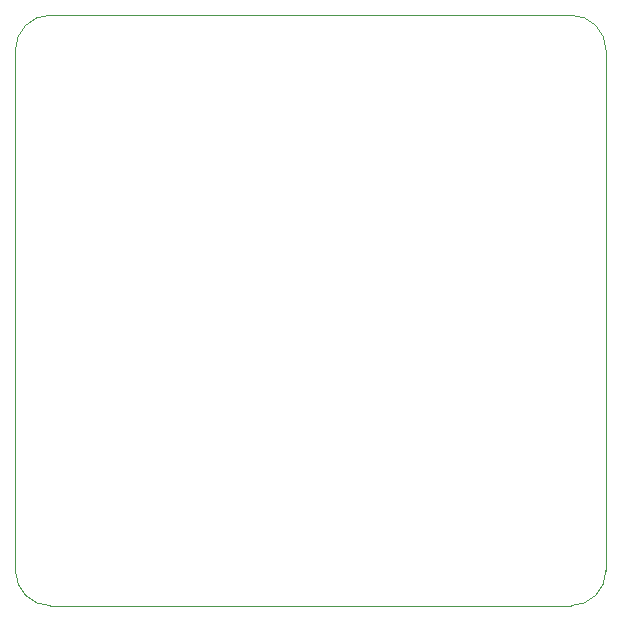
<source format=gbr>
%TF.GenerationSoftware,KiCad,Pcbnew,7.0.8*%
%TF.CreationDate,2024-02-20T09:26:03+00:00*%
%TF.ProjectId,CuttleBoard_8Layers,43757474-6c65-4426-9f61-72645f384c61,rev?*%
%TF.SameCoordinates,Original*%
%TF.FileFunction,Profile,NP*%
%FSLAX46Y46*%
G04 Gerber Fmt 4.6, Leading zero omitted, Abs format (unit mm)*
G04 Created by KiCad (PCBNEW 7.0.8) date 2024-02-20 09:26:03*
%MOMM*%
%LPD*%
G01*
G04 APERTURE LIST*
%TA.AperFunction,Profile*%
%ADD10C,0.100000*%
%TD*%
G04 APERTURE END LIST*
D10*
X97500000Y-76953036D02*
X97500000Y-121026964D01*
X100463036Y-73993100D02*
G75*
G03*
X97500000Y-76953036I-1536J-2961500D01*
G01*
X147500000Y-121026964D02*
X147500000Y-76950000D01*
X100463036Y-123986964D02*
X144536964Y-123986964D01*
X144540000Y-73990000D02*
X100463036Y-73993036D01*
X144536964Y-123986964D02*
G75*
G03*
X147496964Y-121026964I36J2959964D01*
G01*
X147500000Y-76950000D02*
G75*
G03*
X144540000Y-73990000I-2960000J0D01*
G01*
X97503036Y-121026964D02*
G75*
G03*
X100463036Y-123986964I2959964J-36D01*
G01*
M02*

</source>
